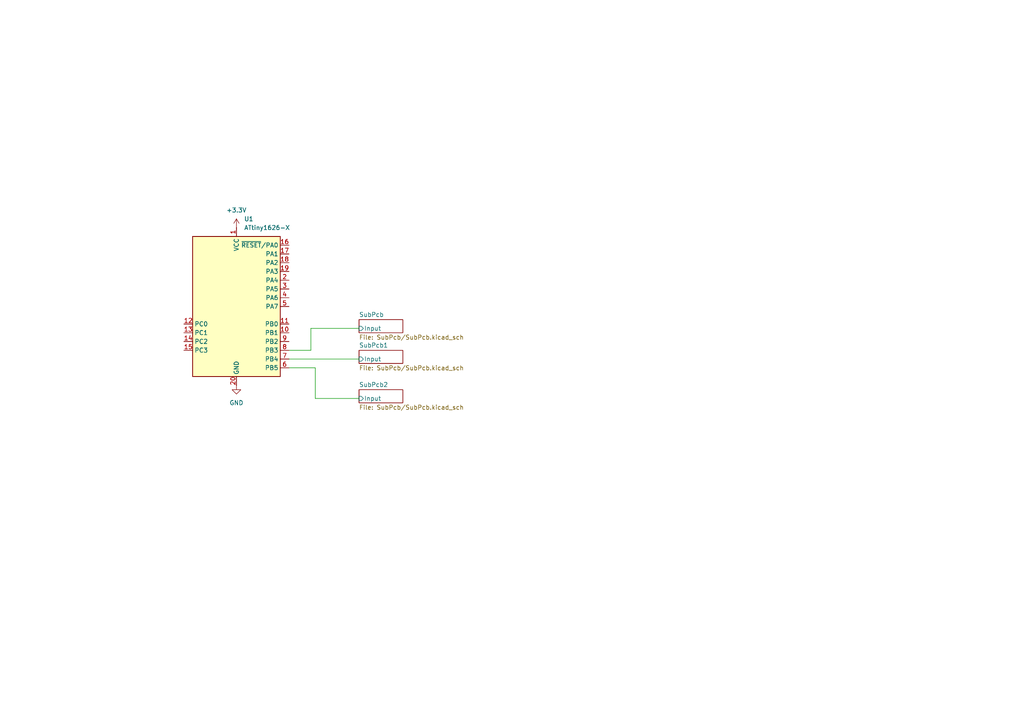
<source format=kicad_sch>
(kicad_sch (version 20231120) (generator "eeschema") (generator_version "8.0")
  (paper "A4")
  (lib_symbols
    (symbol "MCU_Microchip_ATtiny:ATtiny1626-X"
      (property "Reference" "U" (at -12.7 21.59 0))
      (property "Value" "ATtiny1626-X" (at 2.54 -21.59 0))
      (symbol "ATtiny1626-X_0_1"
        (rectangle (start -12.7 -20.32) (end 12.7 20.32) (stroke (width 0.254)) (fill (type background)))
      )
      (symbol "ATtiny1626-X_1_1"
        (pin power_in line (at 0 22.86 270) (length 2.54) (name "VCC") (number "1"))
        (pin bidirectional line (at 15.24 -7.62 180) (length 2.54) (name "PB1") (number "10"))
        (pin bidirectional line (at 15.24 -5.08 180) (length 2.54) (name "PB0") (number "11"))
        (pin bidirectional line (at -15.24 -5.08 0) (length 2.54) (name "PC0") (number "12"))
        (pin bidirectional line (at -15.24 -7.62 0) (length 2.54) (name "PC1") (number "13"))
        (pin bidirectional line (at -15.24 -10.16 0) (length 2.54) (name "PC2") (number "14"))
        (pin bidirectional line (at -15.24 -12.7 0) (length 2.54) (name "PC3") (number "15"))
        (pin bidirectional line (at 15.24 17.78 180) (length 2.54) (name "~{RESET}/PA0") (number "16"))
        (pin bidirectional line (at 15.24 15.24 180) (length 2.54) (name "PA1") (number "17"))
        (pin bidirectional line (at 15.24 12.7 180) (length 2.54) (name "PA2") (number "18"))
        (pin bidirectional line (at 15.24 10.16 180) (length 2.54) (name "PA3") (number "19"))
        (pin bidirectional line (at 15.24 7.62 180) (length 2.54) (name "PA4") (number "2"))
        (pin power_in line (at 0 -22.86 90) (length 2.54) (name "GND") (number "20"))
        (pin bidirectional line (at 15.24 5.08 180) (length 2.54) (name "PA5") (number "3"))
        (pin bidirectional line (at 15.24 2.54 180) (length 2.54) (name "PA6") (number "4"))
        (pin bidirectional line (at 15.24 0 180) (length 2.54) (name "PA7") (number "5"))
        (pin bidirectional line (at 15.24 -17.78 180) (length 2.54) (name "PB5") (number "6"))
        (pin bidirectional line (at 15.24 -15.24 180) (length 2.54) (name "PB4") (number "7"))
        (pin bidirectional line (at 15.24 -12.7 180) (length 2.54) (name "PB3") (number "8"))
        (pin bidirectional line (at 15.24 -10.16 180) (length 2.54) (name "PB2") (number "9"))
      )
    )
    (symbol "power:+3.3V" (power) (pin_numbers hide) (pin_names (offset 0) hide)
      (property "Value" "+3.3V" (at 0 3.556 0))
      (symbol "+3.3V_0_1"
        (polyline (pts (xy -0.762 1.27) (xy 0 2.54)))
        (polyline (pts (xy 0 0) (xy 0 2.54)))
        (polyline (pts (xy 0 2.54) (xy 0.762 1.27)))
      )
      (symbol "+3.3V_1_1"
        (pin power_in line (at 0 0 90) (length 0) (name "~") (number "1"))
      )
    )
    (symbol "power:GND" (power) (pin_numbers hide) (pin_names (offset 0) hide)
      (property "Value" "GND" (at 0 -3.81 0))
      (symbol "GND_0_1"
        (polyline (pts (xy 0 0) (xy 0 -1.27) (xy 1.27 -1.27) (xy 0 -2.54) (xy -1.27 -1.27) (xy 0 -1.27)))
      )
      (symbol "GND_1_1"
        (pin power_in line (at 0 0 270) (length 0) (name "~") (number "1"))
      )
    )
  )
  (wire (pts (xy 83.82 104.14) (xy 104.14 104.14)))
  (wire (pts (xy 90.17 95.25) (xy 90.17 101.6)))
  (wire (pts (xy 91.44 115.57) (xy 91.44 106.68)))
  (wire (pts (xy 90.17 95.25) (xy 104.14 95.25)))
  (wire (pts (xy 91.44 115.57) (xy 104.14 115.57)))
  (wire (pts (xy 91.44 106.68) (xy 83.82 106.68)))
  (wire (pts (xy 90.17 101.6) (xy 83.82 101.6)))
  (symbol (lib_id "power:GND") (at 68.58 111.76 0) (unit 1)
    (property "Reference" "#PWR02" (effects (hide yes)))
    (property "Value" "GND" (at 68.58 116.84 0))
    (property "Description" "Power symbol creates a global label with name \"GND\" , ground" (effects (hide yes)))
  )
  (symbol (lib_id "power:+3.3V") (at 68.58 66.04 0) (unit 1)
    (property "Reference" "#PWR01" (effects (hide yes)))
    (property "Value" "+3.3V" (at 68.58 60.96 0))
    (property "Description" "Power symbol creates a global label with name \"+3.3V\"" (effects (hide yes)))
  )
  (symbol (lib_id "MCU_Microchip_ATtiny:ATtiny1626-X") (at 68.58 88.9 0) (unit 1)
    (property "Reference" "U1" (at 70.7741 63.5 0) (effects (justify left)))
    (property "Value" "ATtiny1626-X" (at 70.7741 66.04 0) (effects (justify left)))
    (property "Footprint" "Package_SO:SSOP-20_5.3x7.2mm_P0.65mm" (effects (hide yes)))
    (property "Datasheet" "https://ww1.microchip.com/downloads/en/DeviceDoc/ATtiny1624-26-27-DataSheet-DS40002234A.pdf" (effects (hide yes)))
    (property "Description" "20MHz, 16kB Flash, 2kB SRAM, 256B EEPROM, SSOP-20" (effects (hide yes)))
  )
  (sheet (at 104.14 101.6) (size 12.7 3.81) (stroke (width 0.1524))
    (property "Sheetname" "SubPcb1" (at 104.14 100.8884 0) (effects (justify left bottom)))
    (property "Sheetfile" "SubPcb/SubPcb.kicad_sch" (at 104.14 105.9946 0) (effects (justify left top)))
    (pin "Input" input (at 104.14 104.14 180))
  )
  (sheet (at 104.14 113.03) (size 12.7 3.81) (stroke (width 0.1524))
    (property "Sheetname" "SubPcb2" (at 104.14 112.3184 0) (effects (justify left bottom)))
    (property "Sheetfile" "SubPcb/SubPcb.kicad_sch" (at 104.14 117.4246 0) (effects (justify left top)))
    (pin "Input" input (at 104.14 115.57 180))
  )
  (sheet (at 104.14 92.71) (size 12.7 3.81) (stroke (width 0.1524))
    (property "Sheetname" "SubPcb" (at 104.14 91.9984 0) (effects (justify left bottom)))
    (property "Sheetfile" "SubPcb/SubPcb.kicad_sch" (at 104.14 97.1046 0) (effects (justify left top)))
    (pin "Input" input (at 104.14 95.25 180))
  )
)
</source>
